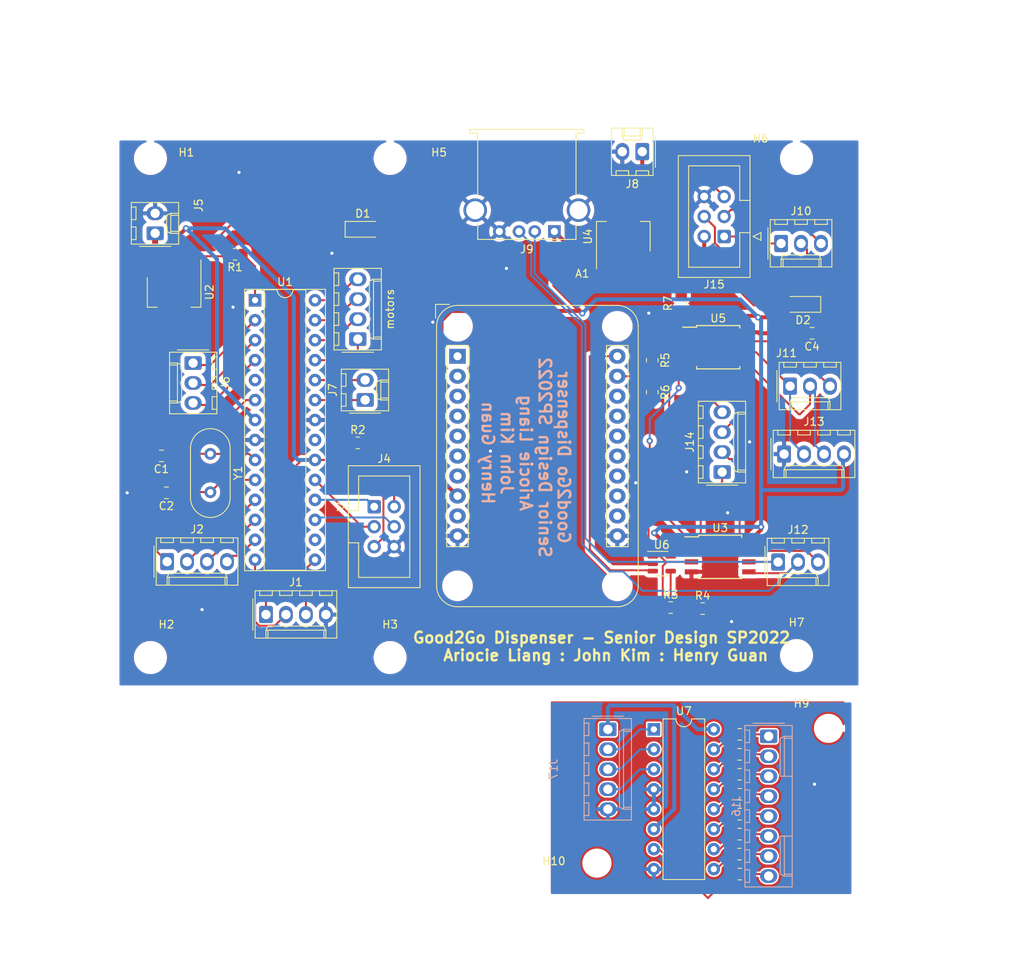
<source format=kicad_pcb>
(kicad_pcb (version 20211014) (generator pcbnew)
  (layers (0 "F.Cu" signal) (31 "B.Cu" signal) (34 "B.Paste" user) (35 "F.Paste" user) (36 "B.SilkS" user "B.Silkscreen") (37 "F.SilkS" user "F.Silkscreen") (38 "B.Mask" user) (39 "F.Mask" user) (44 "Edge.Cuts" user))
  (net 0 "")
  (net 1 "+5V")
  (net 2 "Net-(D1-Pad2)")
  (net 3 "/MISO")
  (net 4 "/SCK")
  (net 5 "/MOSI")
  (net 6 "/RST")
  (net 7 "GND")
  (net 8 "Net-(J5-Pad1)")
  (net 9 "Net-(R1-Pad1)")
  (net 10 "/Dispenser1")
  (net 11 "/Dispenser2")
  (net 12 "/DispenserIR")
  (net 13 "/Collector Motor")
  (net 14 "/card in")
  (net 16 "/cam out")
  (net 18 "/S0")
  (net 19 "/S1")
  (net 20 "/B0")
  (net 21 "/B1")
  (net 23 "/S2")
  (net 24 "/SK")
  (net 25 "/DT")
  (net 41 "Net-(A1-Pad19)")
  (net 42 "Net-(A1-Pad20)")
  (net 43 "Net-(D2-Pad2)")
  (net 44 "/SCK1")
  (net 45 "Net-(J8-Pad1)")
  (net 46 "/CTX0")
  (net 47 "/CRX0")
  (net 48 "/MISO2")
  (net 49 "/MOSI2")
  (net 50 "/SCK2")
  (net 51 "Net-(J16-Pad1)")
  (net 52 "Net-(J16-Pad2)")
  (net 53 "Net-(J16-Pad3)")
  (net 54 "Net-(J16-Pad4)")
  (net 55 "Net-(J16-Pad5)")
  (net 56 "Net-(J16-Pad6)")
  (net 57 "Net-(J16-Pad7)")
  (net 58 "Net-(J16-Pad8)")
  (net 59 "/CRX1")
  (net 60 "Net-(R3-Pad2)")
  (net 61 "/CTX1")
  (net 62 "Net-(C1-Pad1)")
  (net 63 "Net-(C2-Pad1)")
  (net 64 "Net-(J17-Pad2)")
  (net 65 "Net-(J17-Pad3)")
  (net 66 "Net-(J17-Pad4)")
  (net 67 "Net-(R8-Pad1)")
  (net 68 "Net-(R9-Pad1)")
  (net 69 "Net-(R10-Pad1)")
  (net 70 "Net-(R11-Pad1)")
  (net 71 "Net-(R12-Pad1)")
  (net 72 "Net-(R13-Pad1)")
  (net 73 "Net-(R14-Pad1)")
  (net 74 "Net-(R15-Pad1)")
  (net 75 "/card in1")
  (net 76 "/card out1")
  (net 77 "/cam in1")
  (net 78 "/cam out1")
  (footprint "Resistor_SMD:R_0805_2012Metric_Pad1.20x1.40mm_HandSolder" (layer "F.Cu") (at 177.054 129.413)
    (fp_text reference "R11")
    (fp_text value "R")
  )
  (footprint "Connector_Molex:Molex_KK-254_AE-6410-03A_1x03_P2.54mm_Vertical" (layer "F.Cu") (at 181.930511 99.871489)
    (fp_text reference "J12")
    (fp_text value "Conn_01x03")
  )
  (footprint "Resistor_SMD:R_0805_2012Metric_Pad1.20x1.40mm_HandSolder" (layer "F.Cu") (at 172.339 105.791)
    (fp_text reference "R4")
    (fp_text value "26.7k")
  )
  (footprint "Crystal:Crystal_HC49-U_Vertical" (layer "F.Cu") (at 109.728 86.106 -90)
    (fp_text reference "Y1")
    (fp_text value "Resonator")
  )
  (footprint "Resistor_SMD:R_0805_2012Metric_Pad1.20x1.40mm_HandSolder" (layer "F.Cu") (at 177.022 137.033)
    (fp_text reference "R14")
    (fp_text value "R")
  )
  (footprint "MountingHole:MountingHole_3.2mm_M3" (layer "F.Cu") (at 102.108 112.014)
    (fp_text reference "H2")
    (fp_text value "MountingHole")
  )
  (footprint "Resistor_SMD:R_0805_2012Metric_Pad1.20x1.40mm_HandSolder" (layer "F.Cu") (at 112.867511 60.706 180)
    (fp_text reference "R1")
    (fp_text value "10k")
  )
  (footprint "MountingHole:MountingHole_3.2mm_M3" (layer "F.Cu") (at 188.341 121.031)
    (fp_text reference "H9")
    (fp_text value "MountingHole")
  )
  (footprint "Module:Adafruit_HUZZAH_ESP8266_breakout_WithMountingHoles" (layer "F.Cu") (at 141.163511 73.684489)
    (fp_text reference "A1")
    (fp_text value "Adafruit_HUZZAH_ESP8266_breakout")
  )
  (footprint "Package_DIP:DIP-28_W7.62mm_Socket" (layer "F.Cu") (at 115.417511 66.558)
    (fp_text reference "U1")
    (fp_text value "ATmega328-P")
  )
  (footprint "Connector_Molex:Molex_KK-254_AE-6410-02A_1x02_P2.54mm_Vertical" (layer "F.Cu") (at 164.658511 47.649489 180)
    (fp_text reference "J8")
    (fp_text value "Vin")
  )
  (footprint "Connector_Molex:Molex_KK-254_AE-6410-04A_1x04_P2.54mm_Vertical" (layer "F.Cu") (at 104.231511 99.822)
    (fp_text reference "J2")
    (fp_text value "card/cam")
  )
  (footprint "Connector_IDC:IDC-Header_2x03_P2.54mm_Vertical" (layer "F.Cu") (at 175.072511 58.444489 180)
    (fp_text reference "J15")
    (fp_text value "AVR-ISP-6")
  )
  (footprint "MountingHole:MountingHole_3.2mm_M3" (layer "F.Cu") (at 158.893 138.176)
    (fp_text reference "H10")
    (fp_text value "MountingHole")
  )
  (footprint "Package_SO:SOIC-8W_5.3x5.3mm_P1.27mm" (layer "F.Cu") (at 174.310511 72.536489)
    (fp_text reference "U5")
    (fp_text value "ATtiny85-20S")
  )
  (footprint "Connector_Molex:Molex_KK-254_AE-6410-04A_1x04_P2.54mm_Vertical" (layer "F.Cu") (at 128.488511 71.501 90)
    (fp_text reference "J3" hide)
    (fp_text value "motors")
  )
  (footprint "Diode_SMD:D_SOD-123" (layer "F.Cu") (at 185.105511 67.080489 180)
    (fp_text reference "D2")
    (fp_text value "MBR0520")
  )
  (footprint "MountingHole:MountingHole_3.2mm_M3" (layer "F.Cu") (at 102.108 48.514)
    (fp_text reference "H1")
    (fp_text value "MountingHole")
  )
  (footprint "MountingHole:MountingHole_3.2mm_M3" (layer "F.Cu") (at 132.588 48.514)
    (fp_text reference "H5")
    (fp_text value "MountingHole")
  )
  (footprint "Capacitor_SMD:C_0805_2012Metric_Pad1.18x1.45mm_HandSolder" (layer "F.Cu") (at 186.248511 70.763489 180)
    (fp_text reference "C4")
    (fp_text value "1uf")
  )
  (footprint "Capacitor_SMD:C_0805_2012Metric_Pad1.18x1.45mm_HandSolder" (layer "F.Cu") (at 104.14 91.059 180)
    (fp_text reference "C2")
    (fp_text value "C")
  )
  (footprint "Resistor_SMD:R_0805_2012Metric_Pad1.20x1.40mm_HandSolder" (layer "F.Cu") (at 177.038 134.493)
    (fp_text reference "R13")
    (fp_text value "R")
  )
  (footprint "MountingHole:MountingHole_3.2mm_M3" (layer "F.Cu") (at 132.588 112.014)
    (fp_text reference "H3")
    (fp_text value "MountingHole")
  )
  (footprint "Resistor_SMD:R_0805_2012Metric_Pad1.20x1.40mm_HandSolder" (layer "F.Cu") (at 165.928511 78.256489 -90)
    (fp_text reference "R6")
    (fp_text value "3.3k")
  )
  (footprint "Connector_USB:USB_A_Stewart_SS-52100-001_Horizontal" (layer "F.Cu") (at 153.482511 57.809489 180)
    (fp_text reference "J9")
    (fp_text value "USB_A")
  )
  (footprint "Package_TO_SOT_SMD:SOT-223" (layer "F.Cu") (at 105.120511 65.532 -90)
    (fp_text reference "U2")
    (fp_text value "LM1117-5.0")
  )
  (footprint "Resistor_SMD:R_0805_2012Metric_Pad1.20x1.40mm_HandSolder" (layer "F.Cu") (at 177.054 121.793)
    (fp_text reference "R8")
    (fp_text value "R")
  )
  (footprint "Connector_Molex:Molex_KK-254_AE-6410-04A_1x04_P2.54mm_Vertical" (layer "F.Cu") (at 182.692511 86.130489)
    (fp_text reference "J13")
    (fp_text value "Conn_01x04")
  )
  (footprint "Connector_Molex:Molex_KK-254_AE-6410-04A_1x04_P2.54mm_Vertical" (layer "F.Cu") (at 116.804511 106.553)
    (fp_text reference "J1")
    (fp_text value "Load Cell")
  )
  (footprint "Connector_IDC:IDC-Header_2x03_P2.54mm_Vertical" (layer "F.Cu") (at 130.5655 92.832)
    (fp_text reference "J4")
    (fp_text value "AVR-ISP-6")
  )
  (footprint "MountingHole:MountingHole_3.2mm_M3" (layer "F.Cu") (at 184.277 111.76)
    (fp_text reference "H7")
    (fp_text value "MountingHole")
  )
  (footprint "Connector_Molex:Molex_KK-254_AE-6410-03A_1x03_P2.54mm_Vertical" (layer "F.Cu") (at 182.311511 59.333489)
    (fp_text reference "J10")
    (fp_text value "Conn_01x03")
  )
  (footprint "Package_DIP:DIP-16_W7.62mm" (layer "F.Cu") (at 166.132 121.158)
    (fp_text reference "U7")
    (fp_text value "74HCT137")
  )
  (footprint "Resistor_SMD:R_0805_2012Metric_Pad1.20x1.40mm_HandSolder" (layer "F.Cu") (at 177.054 139.573)
    (fp_text reference "R15")
    (fp_text value "R")
  )
  (footprint "Resistor_SMD:R_0805_2012Metric_Pad1.20x1.40mm_HandSolder" (layer "F.Cu") (at 177.038 131.953)
    (fp_text reference "R12")
    (fp_text value "R")
  )
  (footprint "Capacitor_SMD:C_0805_2012Metric_Pad1.18x1.45mm_HandSolder" (layer "F.Cu") (at 169.611511 66.953489 90)
    (fp_text reference "R7")
    (fp_text value "10k")
  )
  (footprint "Resistor_SMD:R_0805_2012Metric_Pad1.20x1.40mm_HandSolder" (layer "F.Cu") (at 177.038 126.873)
    (fp_text reference "R10")
    (fp_text value "R")
  )
  (footprint "Package_SO:SOIC-8W_5.3x5.3mm_P1.27mm" (layer "F.Cu") (at 174.564511 99.211489)
    (fp_text reference "U3")
    (fp_text value "ATtiny85-20S")
  )
  (footprint "Diode_SMD:D_SOD-123" (layer "F.Cu") (at 129.123511 57.531)
    (fp_text reference "D1")
    (fp_text value "MBR0520")
  )
  (footprint "Resistor_SMD:R_0805_2012Metric_Pad1.20x1.40mm_HandSolder" (layer "F.Cu") (at 168.275 105.664)
    (fp_text reference "R3")
    (fp_text value "13.7k")
  )
  (footprint "Package_TO_SOT_SMD:SOT-223" (layer "F.Cu") (at 162.245511 58.444489 90)
    (fp_text reference "U4")
    (fp_text value "LM1117-5.0")
  )
  (footprint "Connector_Molex:Molex_KK-254_AE-6410-04A_1x04_P2.54mm_Vertical" (layer "F.Cu") (at 174.818511 88.416489 90)
    (fp_text reference "J14")
    (fp_text value "Conn_01x04")
  )
  (footprint "Package_TO_SOT_SMD:TSOT-23-5" (layer "F.Cu") (at 167.132 100.076)
    (fp_text reference "U6")
    (fp_text value "AD8603")
  )
  (footprint "Resistor_SMD:R_0805_2012Metric_Pad1.20x1.40mm_HandSolder" (layer "F.Cu") (at 177.038 124.333)
    (fp_text reference "R9")
    (fp_text value "R")
  )
  (footprint "Connector_Molex:Molex_KK-254_AE-6410-03A_1x03_P2.54mm_Vertical" (layer "F.Cu") (at 183.454511 77.494489)
    (fp_text reference "J11")
    (fp_text value "Conn_01x03")
  )
  (footprint "Connector_Molex:Molex_KK-254_AE-6410-02A_1x02_P2.54mm_Vertical" (layer "F.Cu") (at 129.413 79.248 90)
    (fp_text reference "J7")
    (fp_text value "buttons")
  )
  (footprint "Connector_Molex:Molex_KK-254_AE-6410-03A_1x03_P2.54mm_Vertical" (layer "F.Cu") (at 107.533511 74.549 -90)
    (fp_text reference "J6")
    (fp_text value "panels")
  )
  (footprint "Capacitor_SMD:C_0805_2012Metric_Pad1.18x1.45mm_HandSolder" (layer "F.Cu") (at 103.505 86.36 180)
    (fp_text reference "C1")
    (fp_text value "C")
  )
  (footprint "Resistor_SMD:R_0805_2012Metric_Pad1.20x1.40mm_HandSolder" (layer "F.Cu") (at 128.488511 84.709)
    (fp_text reference "R2")
    (fp_text value "10k")
  )
  (footprint "Resistor_SMD:R_0805_2012Metric_Pad1.20x1.40mm_HandSolder" (layer "F.Cu") (at 165.928511 74.192489 -90)
    (fp_text reference "R5")
    (fp_text value "5k")
  )
  (footprint "Connector_Molex:Molex_KK-254_AE-6410-02A_1x02_P2.54mm_Vertical" (layer "F.Cu") (at 102.707511 58.039 90)
    (fp_text reference "J5")
    (fp_text value "Vin")
  )
  (footprint "MountingHole:MountingHole_3.2mm_M3" (layer "F.Cu") (at 184.277 48.514)
    (fp_text reference "H6")
    (fp_text value "MountingHole")
  )
  (footprint "Connector_Molex:Molex_KK-254_AE-6410-08A_1x08_P2.54mm_Vertical" (layer "B.Cu") (at 180.737 122.047 -90)
    (fp_text reference "J16")
    (fp_text value "Conn_01x08")
  )
  (footprint "Connector_Molex:Molex_KK-254_AE-6410-05A_1x05_P2.54mm_Vertical" (layer "B.Cu") (at 160.29 121.158 -90)
    (fp_text reference "J17")
    (fp_text value "panels")
  )
  (gr_text "Good2Go Dispenser \nSenior Design SP2022 \nAriocie Liang\nJohn Kim\nHenry Guan" (at 149.86 85.979 -90) (layer "B.SilkS") (effects (font (size 1.5 1.5) (thickness 0.3)) (justify mirror)))
  (gr_text "Good2Go Dispenser - Senior Design SP2022 \nAriocie Liang : John Kim : Henry Guan" (at 160.02 110.617) (layer "F.SilkS") (effects (font (size 1.397 1.397) (thickness 0.3))))
  (segment (start 179.771511 95.401489) (end 179.771511 95.749489) (width 0.508) (layer "F.Cu") (net 1))
  (segment (start 126.965511 57.023) (end 112.268 57.023) (width 0.254) (layer "F.Cu") (net 1))
  (segment (start 125.319511 86.878) (end 123.037511 86.878) (width 0.25) (layer "F.Cu") (net 1))
  (segment (start 127.473511 57.531) (end 126.965511 57.023) (width 0.254) (layer "F.Cu") (net 1))
  (segment (start 105.120511 58.928) (end 106.644511 57.404) (width 0.508) (layer "F.Cu") (net 1))
  (segment (start 139.131511 69.143792) (end 139.131511 89.432489) (width 0.508) (layer "F.Cu") (net 1))
  (segment (start 179.200011 68.540989) (end 177.422011 68.540989) (width 0.508) (layer "F.Cu") (net 1))
  (segment (start 106.542511 60.96) (end 111.613511 60.96) (width 0.254) (layer "F.Cu") (net 1))
  (segment (start 105.120511 62.382) (end 105.120511 58.928) (width 0.508) (layer "F.Cu") (net 1))
  (segment (start 116.804511 104.394) (end 120.233511 100.965) (width 0.254) (layer "F.Cu") (net 1))
  (segment (start 176.850511 69.112489) (end 170.733011 69.112489) (width 0.508) (layer "F.Cu") (net 1))
  (segment (start 121.366511 86.878) (end 123.037511 86.878) (width 0.254) (layer "F.Cu") (net 1))
  (segment (start 105.120511 62.382) (end 106.542511 60.96) (width 0.254) (layer "F.Cu") (net 1))
  (segment (start 116.804511 106.553) (end 116.804511 104.394) (width 0.254) (layer "F.Cu") (net 1))
  (segment (start 139.131511 89.432489) (end 141.163511 91.464489) (width 0.508) (layer "F.Cu") (net 1))
  (segment (start 179.771511 95.749489) (end 178.214511 97.306489) (width 0.508) (layer "F.Cu") (net 1))
  (segment (start 176.850511 69.112489) (end 177.422011 68.540989) (width 0.508) (layer "F.Cu") (net 1))
  (segment (start 185.104511 68.731489) (end 186.755511 67.080489) (width 0.508) (layer "F.Cu") (net 1))
  (segment (start 177.168011 68.794989) (end 177.168011 69.838989) (width 0.508) (layer "F.Cu") (net 1))
  (segment (start 120.233511 88.011) (end 121.366511 86.878) (width 0.254) (layer "F.Cu") (net 1))
  (segment (start 153.482511 57.809489) (end 153.482511 64.667489) (width 0.508) (layer "F.Cu") (net 1))
  (segment (start 156.73599 67.920968) (end 140.354335 67.920968) (width 0.508) (layer "F.Cu") (net 1))
  (segment (start 177.168011 69.838989) (end 177.960511 70.631489) (width 0.508) (layer "F.Cu") (net 1))
  (segment (start 179.374011 70.631489) (end 179.506011 70.763489) (width 0.508) (layer "F.Cu") (net 1))
  (segment (start 110.581511 58.709489) (end 110.581511 59.42) (width 0.254) (layer "F.Cu") (net 1))
  (segment (start 179.506011 70.763489) (end 185.211011 70.763489) (width 0.508) (layer "F.Cu") (net 1))
  (segment (start 140.354335 67.920968) (end 139.131511 69.143792) (width 0.508) (layer "F.Cu") (net 1))
  (segment (start 161.042 63.048) (end 158.721022 63.048) (width 0.508) (layer "F.Cu") (net 1))
  (segment (start 153.482511 64.667489) (end 157.038511 68.223489) (width 0.508) (layer "F.Cu") (net 1))
  (segment (start 162.245511 61.844489) (end 161.042 63.048) (width 0.508) (layer "F.Cu") (net 1))
  (segment (start 127.488511 84.709) (end 125.319511 86.878) (width 0.25) (layer "F.Cu") (net 1))
  (segment (start 177.960511 70.631489) (end 179.374011 70.631489) (width 0.508) (layer "F.Cu") (net 1))
  (segment (start 158.721022 63.048) (end 153.482511 57.809489) (width 0.508) (layer "F.Cu") (net 1))
  (segment (start 120.233511 100.965) (end 120.233511 88.011) (width 0.254) (layer "F.Cu") (net 1))
  (segment (start 112.268 57.023) (end 110.581511 58.709489) (width 0.254) (layer "F.Cu") (net 1))
  (segment (start 170.733011 69.112489) (end 169.611511 67.990989) (width 0.508) (layer "F.Cu") (net 1))
  (segment (start 110.581511 59.42) (end 111.867511 60.706) (width 0.254) (layer "F.Cu") (net 1))
  (segment (start 168.2695 99.126) (end 168.2695 98.250478) (width 0.508) (layer "F.Cu") (net 1))
  (segment (start 179.390511 68.731489) (end 179.200011 68.540989) (width 0.508) (layer "F.Cu") (net 1))
  (segment (start 168.2695 98.250478) (end 166.182511 96.163489) (width 0.508) (layer "F.Cu") (net 1))
  (segment (start 179.390511 68.731489) (end 185.104511 68.731489) (width 0.508) (layer "F.Cu") (net 1))
  (via (at 166.182511 96.163489) (size 0.8) (drill 0.4) (layers "F.Cu" "B.Cu") (net 1))
  (via (at 106.644511 57.404) (size 0.8) (drill 0.4) (layers "F.Cu" "B.Cu") (net 1))
  (via (at 179.390511 68.731489) (size 0.8) (drill 0.4) (layers "F.Cu" "B.Cu") (net 1))
  (via (at 157.038511 68.223489) (size 0.8) (drill 0.4) (layers "F.Cu" "B.Cu") (net 1))
  (via (at 179.771511 95.401489) (size 0.8) (drill 0.4) (layers "F.Cu" "B.Cu") (net 1))
  (segment (start 110.581511 76.962) (end 115.417511 81.798) (width 0.508) (layer "B.Cu") (net 1))
  (segment (start 106.644511 57.404) (end 110.581511 61.341) (width 0.508) (layer "B.Cu") (net 1))
  (segment (start 179.771511 90.702489) (end 179.771511 95.401489) (width 0.508) (layer "B.Cu") (net 1))
  (segment (start 168.717 118.176) (end 171.699 121.158) (width 0.508) (layer "B.Cu") (net 1))
  (segment (start 179.390511 68.731489) (end 177.104511 66.445489) (width 0.508) (layer "B.Cu") (net 1))
  (segment (start 179.390511 68.731489) (end 179.771511 69.112489) (width 0.508) (layer "B.Cu") (net 1))
  (segment (start 111.597511 57.404) (end 120.360511 66.167) (width 0.508) (layer "B.Cu") (net 1))
  (segment (start 168.717 118.176) (end 168.717 131.273) (width 0.508) (layer "B.Cu") (net 1))
  (segment (start 171.699 121.158) (end 173.752 121.158) (width 0.508) (layer "B.Cu") (net 1))
  (segment (start 160.29 118.358) (end 160.538 118.11) (width 0.508) (layer "B.Cu") (net 1))
  (segment (start 168.717 131.273) (end 166.132 133.858) (width 0.508) (layer "B.Cu") (net 1))
  (segment (start 160.29 121.158) (end 160.29 118.358) (width 0.508) (layer "B.Cu") (net 1))
  (segment (start 158.816511 66.445489) (end 157.038511 68.223489) (width 0.508) (layer "B.Cu") (net 1))
  (segment (start 110.581511 61.341) (end 110.581511 76.962) (width 0.508) (layer "B.Cu") (net 1))
  (segment (start 190.185511 90.448489) (end 189.931511 90.702489) (width 0.508) (layer "B.Cu") (net 1))
  (segment (start 166.944511 95.401489) (end 179.771511 95.401489) (width 0.508) (layer "B.Cu") (net 1))
  (segment (start 120.878511 86.878) (end 123.037511 86.878) (width 0.508) (layer "B.Cu") (net 1))
  (segment (start 190.185511 86.257489) (end 190.185511 90.448489) (width 0.508) (layer "B.Cu") (net 1))
  (segment (start 120.360511 66.167) (end 120.360511 86.36) (width 0.508) (layer "B.Cu") (net 1))
  (segment (start 168.651 118.11) (end 168.717 118.176) (width 0.508) (layer "B.Cu") (net 1))
  (segment (start 120.360511 86.36) (end 120.878511 86.878) (width 0.508) (layer "B.Cu") (net 1))
  (segment (start 189.931511 90.702489) (end 179.771511 90.702489) (width 0.508) (layer "B.Cu") (net 1))
  (segment (start 106.644511 57.404) (end 111.597511 57.404) (width 0.508) (layer "B.Cu") (net 1))
  (segment (start 179.771511 69.112489) (end 179.771511 90.702489) (width 0.508) (layer "B.Cu") (net 1))
  (segment (start 166.182511 96.163489) (end 166.944511 95.401489) (width 0.508) (layer "B.Cu") (net 1))
  (segment (start 177.104511 66.445489) (end 158.816511 66.445489) (width 0.508) (layer "B.Cu") (net 1))
  (segment (start 160.538 118.11) (end 168.661 118.11) (width 0.508) (layer "B.Cu") (net 1))
  (segment (start 132.207 61.087) (end 132.207 73.387) (width 0.25) (layer "F.Cu") (net 2))
  (segment (start 132.207 61.087) (end 132.207 58.964489) (width 0.254) (layer "F.Cu") (net 2))
  (segment (start 133.1055 74.2855) (end 133.1055 92.832) (width 0.25) (layer "F.Cu") (net 2))
  (segment (start 132.207 73.387) (end 133.1055 74.2855) (width 0.25) (layer "F.Cu") (net 2))
  (segment (start 132.207 58.964489) (end 130.773511 57.531) (width 0.254) (layer "F.Cu") (net 2))
  (segment (start 178.882511 59.333489) (end 177.993511 58.444489) (width 0.254) (layer "F.Cu") (net 3))
  (segment (start 182.311511 59.333489) (end 178.882511 59.333489) (width 0.254) (layer "F.Cu") (net 3))
  (segment (start 177.993511 58.444489) (end 175.072511 58.444489) (width 0.254) (layer "F.Cu") (net 3))
  (segment (start 129.6915 91.958) (end 130.5655 92.832) (width 0.25) (layer "B.Cu") (net 3))
  (segment (start 123.037511 91.958) (end 129.6915 91.958) (width 0.25) (layer "B.Cu") (net 3))
  (segment (start 175.072511 55.904489) (end 175.922511 55.054489) (width 0.254) (layer "F.Cu") (net 4))
  (segment (start 183.112511 55.054489) (end 187.391511 59.333489) (width 0.254) (layer "F.Cu") (net 4))
  (segment (start 130.5655 95.372) (end 128.991511 95.372) (width 0.25) (layer "F.Cu") (net 4))
  (segment (start 175.922511 55.054489) (end 183.112511 55.054489) (width 0.254) (layer "F.Cu") (net 4))
  (segment (start 128.991511 95.372) (end 123.037511 89.418) (width 0.25) (layer "F.Cu") (net 4))
  (segment (start 173.895991 57.267969) (end 173.895991 59.283291) (width 0.254) (layer "F.Cu") (net 5))
  (segment (start 172.532511 55.904489) (end 173.895991 57.267969) (width 0.254) (layer "F.Cu") (net 5))
  (segment (start 173.895991 59.283291) (end 179.661189 65.048489) (width 0.254) (layer "F.Cu") (net 5))
  (segment (start 185.613511 64.794489) (end 185.613511 60.095489) (width 0.254) (layer "F.Cu") (net 5))
  (segment (start 185.613511 60.095489) (end 184.851511 59.333489) (width 0.254) (layer "F.Cu") (net 5))
  (segment (start 185.359511 65.048489) (end 185.613511 64.794489) (width 0.254) (layer "F.Cu") (net 5))
  (segment (start 179.661189 65.048489) (end 185.359511 65.048489) (width 0.254) (layer "F.Cu") (net 5))
  (segment (start 131.930989 94.197489) (end 133.1055 95.372) (width 0.25) (layer "B.Cu") (net 5))
  (segment (start 123.338022 94.197489) (end 131.930989 94.197489) (width 0.25) (layer "B.Cu") (net 5))
  (segment (start 172.532511 50.824489) (end 175.072511 53.364489) (width 0.254) (layer "F.Cu") (net 6))
  (segment (start 131.740011 86.9605) (end 129.488511 84.709) (width 0.25) (layer "F.Cu") (net 6))
  (segment (start 131.740011 96.737489) (end 131.740011 86.9605) (width 0.25) (layer "F.Cu") (net 6))
  (segment (start 171.770511 50.824489) (end 172.532511 50.824489) (width 0.254) (layer "F.Cu") (net 6))
  (segment (start 130.5655 97.912) (end 131.740011 96.737489) (width 0.25) (layer "F.Cu") (net 6))
  (segment (start 169.611511 65.915989) (end 169.611511 52.983489) (width 0.254) (layer "F.Cu") (net 6))
  (segment (start 169.611511 52.983489) (end 171.770511 50.824489) (width 0.254) (layer "F.Cu") (net 6))
  (via (at 176.022 107.442) (size 0.8) (drill 0.4) (layers "F.Cu" "B.Cu") (net 7))
  (via (at 113.375511 50.292) (size 0.8) (drill 0.4) (layers "F.Cu" "B.Cu") (net 7))
  (via (at 138.013511 69.342) (size 0.8) (drill 0.4) (layers "F.Cu" "B.Cu") (net 7))
  (via (at 175.514 93.599) (size 0.8) (drill 0.4) (layers "F.Cu" "B.Cu") (net 7))
  (via (at 170.307 88.392) (size 0.8) (drill 0.4) (layers "F.Cu" "B.Cu") (net 7))
  (via (at 125.186511 60.579) (size 0.8) (drill 0.4) (layers "F.Cu" "B.Cu") (net 7))
  (via (at 163.83 89.789) (size 0.8) (drill 0.4) (layers "F.Cu" "B.Cu") (net 7))
  (via (at 165.481 68.199) (size 0.8) (drill 0.4) (layers "F.Cu" "B.Cu") (net 7))
  (via (at 147.386511 62.508489) (size 0.8) (drill 0.4) (layers "F.Cu" "B.Cu") (net 7))
  (via (at 145.354511 85.749489) (size 0.8) (drill 0.4) (layers "F.Cu" "B.Cu") (net 7))
  (via (at 112.613511 67.437) (size 0.8) (drill 0.4) (layers "F.Cu" "B.Cu") (net 7))
  (via (at 108.676511 105.918) (size 0.8) (drill 0.4) (layers "F.Cu" "B.Cu") (net 7))
  (via (at 99.151511 91.059) (size 0.8) (drill 0.4) (layers "F.Cu" "B.Cu") (net 7))
  (via (at 178.308 84.582) (size 0.8) (drill 0.4) (layers "F.Cu" "B.Cu") (net 7))
  (via (at 186.563 128.143) (size 0.8) (drill 0.4) (layers "F.Cu" "B.Cu") (net 7))
  (segment (start 166.132 128.778) (end 164.373 128.778) (width 0.254) (layer "B.Cu") (net 7))
  (segment (start 164.373 128.778) (end 161.833 131.318) (width 0.254) (layer "B.Cu") (net 7))
  (segment (start 161.833 131.318) (end 160.29 131.318) (width 0.254) (layer "B.Cu") (net 7))
  (segment (start 102.707511 58.039) (end 102.707511 62.269) (width 0.762) (layer "F.Cu") (net 8))
  (segment (start 113.867511 60.706) (end 115.417511 62.256) (width 0.254) (layer "F.Cu") (net 9))
  (segment (start 115.417511 62.256) (end 115.417511 66.558) (width 0.254) (layer "F.Cu") (net 9))
  (segment (start 123.037511 74.178) (end 127.335511 74.178) (width 0.254) (layer "F.Cu") (net 10))
  (segment (start 128.488511 73.025) (end 128.488511 71.501) (width 0.254) (layer "F.Cu") (net 10))
  (segment (start 127.335511 74.178) (end 128.488511 73.025) (width 0.254) (layer "F.Cu") (net 10))
  (segment (start 123.037511 71.638) (end 125.450511 71.638) (width 0.254) (layer "F.Cu") (net 11))
  (segment (start 125.450511 71.638) (end 128.127511 68.961) (width 0.254) (layer "F.Cu") (net 11))
  (segment (start 123.037511 69.098) (end 125.450511 69.098) (width 0.254) (layer "F.Cu") (net 12))
  (segment (start 125.450511 69.098) (end 128.127511 66.421) (width 0.254) (layer "F.Cu") (net 12))
  (segment (start 123.037511 66.558) (end 125.450511 66.558) (width 0.254) (layer "F.Cu") (net 13))
  (segment (start 125.450511 66.558) (end 128.127511 63.881) (width 0.254) (layer "F.Cu") (net 13))
  (segment (start 171.897511 98.576489) (end 172.091022 98.382978) (width 0.254) (layer "F.Cu") (net 14))
  (segment (start 174.818511 89.686489) (end 172.091022 92.413978) (width 0.254) (layer "F.Cu") (net 14))
  (segment (start 174.818511 88.416489) (end 174.818511 89.686489) (width 0.254) (layer "F.Cu") (net 14))
  (segment (start 170.914511 98.576489) (end 171.897511 98.576489) (width 0.254) (layer "F.Cu") (net 14))
  (segment (start 172.091022 92.413978) (end 172.091022 98.382978) (width 0.254) (layer "F.Cu") (net 14))
  (segment (start 172.091022 98.382978) (end 172.091022 98.509978) (width 0.254) (layer "F.Cu") (net 14))
  (segment (start 171.837022 77.561) (end 174.818511 80.542489) (width 0.254) (layer "F.Cu") (net 16))
  (segment (start 171.837022 72.519978) (end 171.837022 77.561) (width 0.254) (layer "F.Cu") (net 16))
  (segment (start 171.218533 71.901489) (end 171.837022 72.519978) (width 0.254) (layer "F.Cu") (net 16))
  (segment (start 107.787511 74.803) (end 109.712511 74.803) (width 0.254) (layer "F.Cu") (net 18))
  (segment (start 109.712511 74.803) (end 115.417511 69.098) (width 0.254) (layer "F.Cu") (net 18))
  (segment (start 109.712511 77.343) (end 115.417511 71.638) (width 0.254) (layer "F.Cu") (net 19))
  (segment (start 107.787511 77.343) (end 109.712511 77.343) (width 0.254) (layer "F.Cu") (net 19))
  (segment (start 123.037511 79.258) (end 129.403 79.258) (width 0.254) (layer "F.Cu") (net 20))
  (segment (start 129.403 76.718) (end 123.037511 76.718) (width 0.254) (layer "F.Cu") (net 21))
  (segment (start 109.712511 79.883) (end 115.417511 74.178) (width 0.254) (layer "F.Cu") (net 23))
  (segment (start 107.787511 79.883) (end 109.712511 79.883) (width 0.254) (layer "F.Cu") (net 23))
  (segment (start 117.922991 107.97452) (end 115.945709 107.97452) (width 0.254) (layer "F.Cu") (net 24))
  (segment (start 115.945709 107.97452) (end 115.417511 107.446322) (width 0.254) (layer "F.Cu") (net 24))
  (segment (start 119.344511 106.553) (end 117.922991 107.97452) (width 0.254) (layer "F.Cu") (net 24))
  (segment (start 115.417511 107.446322) (end 115.417511 99.578) (width 0.254) (layer "F.Cu") (net 24))
  (segment (start 121.884511 106.553) (end 121.884511 100.731) (width 0.254) (layer "F.Cu") (net 25))
  (segment (start 121.884511 100.731) (end 123.037511 99.578) (width 0.254) (layer "F.Cu") (net 25))
  (segment (start 165.928511 77.256489) (end 164.896511 76.224489) (width 0.254) (layer "F.Cu") (net 41))
  (segment (start 164.896511 76.224489) (end 161.483511 76.224489) (width 0.25) (layer "F.Cu") (net 41))
  (segment (start 165.928511 75.192489) (end 164.896511 76.224489) (width 0.25) (layer "F.Cu") (net 41))
  (segment (start 157.988 98.298) (end 160.613489 100.923489) (width 0.25) (layer "F.Cu") (net 42))
  (segment (start 160.613489 100.923489) (end 165.891989 100.923489) (width 0.25) (layer "F.Cu") (net 42))
  (segment (start 161.483511 73.684489) (end 157.988 73.684489) (width 0.25) (layer "F.Cu") (net 42))
  (segment (start 157.988 73.684489) (end 157.988 98.298) (width 0.25) (layer "F.Cu") (net 42))
  (segment (start 172.532511 58.444489) (end 172.532511 60.730489) (width 0.508) (layer "F.Cu") (net 43))
  (segment (start 178.882511 67.080489) (end 183.455511 67.080489) (width 0.508) (layer "F.Cu") (net 43))
  (segment (start 172.532511 60.730489) (end 178.882511 67.080489) (width 0.508) (layer "F.Cu") (net 43))
  (segment (start 182.814991 71.774969) (end 178.087031 71.774969) (width 0.254) (layer "F.Cu") (net 44))
  (segment (start 176.784 72.553) (end 177.435511 71.901489) (width 0.254) (layer "F.Cu") (net 44))
  (segment (start 176.784 81.371) (end 176.784 72.553) (width 0.254) (layer "F.Cu") (net 44))
  (segment (start 174.818511 83.336489) (end 176.784 81.371) (width 0.254) (layer "F.Cu") (net 44))
  (segment (start 188.534511 77.494489) (end 182.814991 71.774969) (width 0.254) (layer "F.Cu") (net 44))
  (segment (start 164.658511 47.649489) (end 164.658511 61.481489) (width 0.508) (layer "F.Cu") (net 45))
  (segment (start 179.131511 73.171489) (end 177.960511 73.171489) (width 0.254) (layer "F.Cu") (net 46))
  (segment (start 183.454511 77.494489) (end 179.131511 73.171489) (width 0.254) (layer "F.Cu") (net 46))
  (segment (start 183.454511 84.352489) (end 183.454511 77.494489) (width 0.254) (layer "B.Cu") (net 46))
  (segment (start 185.232511 86.130489) (end 183.454511 84.352489) (width 0.254) (layer "B.Cu") (net 46))
  (segment (start 185.994511 79.780489) (end 184.724511 81.050489) (width 0.254) (layer "F.Cu") (net 47))
  (segment (start 184.569511 81.050489) (end 177.960511 74.441489) (width 0.254) (layer "F.Cu") (net 47))
  (segment (start 184.724511 81.050489) (end 184.569511 81.050489) (width 0.254) (layer "F.Cu") (net 47))
  (segment (start 185.994511 77.494489) (end 185.994511 79.780489) (width 0.254) (layer "F.Cu") (net 47))
  (segment (start 186.629511 84.987489) (end 187.772511 86.130489) (width 0.254) (layer "B.Cu") (net 47))
  (segment (start 186.629511 78.129489) (end 186.629511 84.987489) (width 0.254) (layer "B.Cu") (net 47))
  (segment (start 185.994511 77.494489) (end 186.629511 78.129489) (width 0.254) (layer "B.Cu") (net 47))
  (segment (start 178.214511 99.846489) (end 181.905511 99.846489) (width 0.254) (layer "F.Cu") (net 48))
  (segment (start 160.425489 99.846489) (end 181.905511 99.846489) (width 0.25) (layer "B.Cu") (net 48))
  (segment (start 157.42152 69.631113) (end 157.42152 96.84252) (width 0.25) (layer "B.Cu") (net 48))
  (segment (start 150.982511 57.809489) (end 150.982511 63.192103) (width 0.25) (layer "B.Cu") (net 48))
  (segment (start 157.42152 96.84252) (end 160.425489 99.846489) (width 0.25) (layer "B.Cu") (net 48))
  (segment (start 150.982511 63.192103) (end 157.42152 69.631113) (width 0.25) (layer "B.Cu") (net 48))
  (segment (start 183.048991 101.293009) (end 178.391031 101.293009) (width 0.254) (layer "F.Cu") (net 49))
  (segment (start 184.470511 99.871489) (end 183.048991 101.293009) (width 0.254) (layer "F.Cu") (net 49))
  (segment (start 148.982511 57.809489) (end 150.532991 59.359969) (width 0.25) (layer "B.Cu") (net 49))
  (segment (start 162.239253 101.069968) (end 164.698774 103.529489) (width 0.25) (layer "B.Cu") (net 49))
  (segment (start 156.972 97.536) (end 160.505968 101.069968) (width 0.25) (layer "B.Cu") (net 49))
  (segment (start 180.812511 103.529489) (end 184.470511 99.871489) (width 0.25) (layer "B.Cu") (net 49))
  (segment (start 164.698774 103.529489) (end 180.812511 103.529489) (width 0.25) (layer "B.Cu") (net 49))
  (segment (start 150.532991 59.359969) (end 150.532991 63.378301) (width 0.25) (layer "B.Cu") (net 49))
  (segment (start 150.532991 63.378301) (end 156.972 69.81731) (width 0.25) (layer "B.Cu") (net 49))
  (segment (start 160.505968 101.069968) (end 162.239253 101.069968) (width 0.25) (layer "B.Cu") (net 49))
  (segment (start 156.972 69.81731) (end 156.972 97.536) (width 0.25) (layer "B.Cu") (net 49))
  (segment (start 175.707511 86.765489) (end 177.038 86.765489) (width 0.254) (layer "F.Cu") (net 50))
  (segment (start 174.818511 85.876489) (end 175.707511 86.765489) (width 0.254) (layer "F.Cu") (net 50))
  (segment (start 187.010511 99.871489) (end 185.588991 98.449969) (width 0.254) (layer "F.Cu") (net 50))
  (segment (start 177.038 97.958) (end 177.656489 98.576489) (width 0.254) (layer "F.Cu") (net 50))
  (segment (start 185.588991 98.449969) (end 178.341031 98.449969) (width 0.254) (layer "F.Cu") (net 50))
  (segment (start 177.038 86.765489) (end 177.038 97.958) (width 0.254) (layer "F.Cu") (net 50))
  (segment (start 180.483 121.793) (end 178.054 121.793) (width 0.254) (layer "F.Cu") (net 51))
  (segment (start 178.038 124.333) (end 180.483 124.333) (width 0.254) (layer "F.Cu") (net 52))
  (segment (start 180.483 126.873) (end 178.038 126.873) (width 0.254) (layer "F.Cu") (net 53))
  (segment (start 178.054 129.413) (end 180.483 129.413) (width 0.254) (layer "F.Cu") (net 54))
  (segment (start 180.483 131.953) (end 178.038 131.953) (width 0.254) (layer "F.Cu") (net 55))
  (segment (start 178.038 134.493) (end 180.483 134.493) (width 0.254) (layer "F.Cu") (net 56))
  (segment (start 180.483 137.033) (end 178.022 137.033) (width 0.254) (layer "F.Cu") (net 57))
  (segment (start 178.054 139.573) (end 180.483 139.573) (width 0.254) (layer "F.Cu") (net 58))
  (segment (start 167.259 100.378978) (end 167.259 105.648) (width 0.25) (layer "F.Cu") (net 59))
  (segment (start 166.935928 99.126) (end 167.656417 99.846489) (width 0.25) (layer "F.Cu") (net 59))
  (segment (start 165.9945 99.126) (end 165.458 98.5895) (width 0.25) (layer "F.Cu") (net 59))
  (segment (start 165.608 87.376) (end 165.608 84.455) (width 0.25) (layer "F.Cu") (net 59))
  (segment (start 167.791489 99.846489) (end 167.259 100.378978) (width 0.25) (layer "F.Cu") (net 59))
  (segment (start 165.458 98.5895) (end 165.458 87.526) (width 0.25) (layer "F.Cu") (net 59))
  (segment (start 169.652511 73.171489) (end 170.660511 73.171489) (width 0.25) (layer "F.Cu") (net 59))
  (segment (start 165.9945 99.126) (end 166.935928 99.126) (width 0.25) (layer "F.Cu") (net 59))
  (segment (start 167.656417 99.846489) (end 167.791489 99.846489) (width 0.25) (layer "F.Cu") (net 59))
  (segment (start 165.481 87.503) (end 165.608 87.376) (width 0.25) (layer "F.Cu") (net 59))
  (segment (start 169.291 77.724) (end 169.291 73.533) (width 0.25) (layer "F.Cu") (net 59))
  (segment (start 170.914511 99.846489) (end 167.791489 99.846489) (width 0.25) (layer "F.Cu") (net 59))
  (segment (start 165.458 87.526) (end 165.481 87.503) (width 0.25) (layer "F.Cu") (net 59))
  (segment (start 169.291 73.533) (end 169.652511 73.171489) (width 0.25) (layer "F.Cu") (net 59))
  (via (at 169.291 77.724) (size 0.8) (drill 0.4) (layers "F.Cu" "B.Cu") (net 59))
  (via (at 165.608 84.455) (size 0.8) (drill 0.4) (layers "F.Cu" "B.Cu") (net 59))
  (segment (start 165.608 84.455) (end 165.608 81.661) (width 0.25) (layer "B.Cu") (net 59))
  (segment (start 165.608 81.661) (end 169.291 77.978) (width 0.25) (layer "B.Cu") (net 59))
  (segment (start 169.291 77.978) (end 169.291 77.724) (width 0.25) (layer "B.Cu") (net 59))
  (segment (start 169.377511 105.561489) (end 171.109489 105.561489) (width 0.25) (layer "F.Cu") (net 60))
  (segment (start 168.2695 101.026) (end 168.2695 104.6585) (width 0.25) (layer "F.Cu") (net 60))
  (segment (start 168.2695 104.6585) (end 169.275 105.664) (width 0.25) (layer "F.Cu") (net 60))
  (segment (start 167.960511 94.352489) (end 170.914511 97.306489) (width 0.254) (layer "F.Cu") (net 61))
  (segment (start 168.087511 92.988489) (end 168.087511 73.176489) (width 0.25) (layer "F.Cu") (net 61))
  (segment (start 167.960511 73.049489) (end 166.071511 73.049489) (width 0.254) (layer "F.Cu") (net 61))
  (segment (start 167.960511 72.773467) (end 170.102489 70.631489) (width 0.254) (layer "F.Cu") (net 61))
  (segment (start 168.087511 73.176489) (end 167.960511 73.049489) (width 0.25) (layer "F.Cu") (net 61))
  (segment (start 167.960511 93.115489) (end 167.960511 94.352489) (width 0.254) (layer "F.Cu") (net 61))
  (segment (start 167.960511 73.049489) (end 167.960511 72.773467) (width 0.254) (layer "F.Cu") (net 61))
  (segment (start 167.960511 93.115489) (end 168.087511 92.988489) (width 0.25) (layer "F.Cu") (net 61))
  (segment (start 114.645511 86.106) (end 115.417511 86.878) (width 0.25) (layer "F.Cu") (net 62))
  (segment (start 109.565511 86.089) (end 105.010511 86.089) (width 0.254) (layer "F.Cu") (net 62))
  (segment (start 109.728 86.106) (end 114.645511 86.106) (width 0.25) (layer "F.Cu") (net 62))
  (segment (start 105.010511 86.089) (end 104.634011 86.4655) (width 0.254) (layer "F.Cu") (net 62))
  (segment (start 105.486011 90.969) (end 109.565511 90.969) (width 0.254) (layer "F.Cu") (net 63))
  (segment (start 115.417511 89.418) (end 111.296 89.418) (width 0.25) (layer "F.Cu") (net 63))
  (segment (start 111.296 89.418) (end 109.728 90.986) (width 0.25) (layer "F.Cu") (net 63))
  (segment (start 166.132 121.158) (end 164.373 121.158) (width 0.254) (layer "B.Cu") (net 64))
  (segment (start 161.833 123.698) (end 160.29 123.698) (width 0.254) (layer "B.Cu") (net 64))
  (segment (start 164.373 121.158) (end 161.833 123.698) (width 0.254) (layer "B.Cu") (net 64))
  (segment (start 164.373 123.698) (end 166.132 123.698) (width 0.254) (layer "B.Cu") (net 65))
  (segment (start 160.29 126.238) (end 161.833 126.238) (width 0.254) (layer "B.Cu") (net 65))
  (segment (start 161.833 126.238) (end 164.373 123.698) (width 0.254) (layer "B.Cu") (net 65))
  (segment (start 161.833 128.778) (end 164.373 126.238) (width 0.254) (layer "B.Cu") (net 66))
  (segment (start 164.373 126.238) (end 166.132 126.238) (width 0.254) (layer "B.Cu") (net 66))
  (segment (start 160.29 128.778) (end 161.833 128.778) (width 0.254) (layer "B.Cu") (net 66))
  (segment (start 174.149 123.698) (end 176.054 121.793) (width 0.254) (layer "F.Cu") (net 67))
  (segment (start 174.133 126.238) (end 176.038 124.333) (width 0.254) (layer "F.Cu") (net 68))
  (segment (start 174.133 128.778) (end 176.038 126.873) (width 0.254) (layer "F.Cu") (net 69))
  (segment (start 174.149 131.318) (end 176.054 129.413) (width 0.254) (layer "F.Cu") (net 70))
  (segment (start 176.038 131.953) (end 174.133 133.858) (width 0.254) (layer "F.Cu") (net 71))
  (segment (start 174.517678 136.398) (end 176.038 134.877678) (width 0.254) (layer "F.Cu") (net 72))
  (segment (start 173.752 136.398) (end 174.517678 136.398) (width 0.254) (layer "F.Cu") (net 72))
  (segment (start 174.117 138.938) (end 176.022 137.033) (width 0.254) (layer "F.Cu") (net 73))
  (segment (start 173.006 142.621) (end 166.925 136.54) (width 0.254) (layer "F.Cu") (net 74))
  (segment (start 166.925 136.54) (end 166.274 136.54) (width 0.254) (layer "F.Cu") (net 74))
  (segment (start 176.054 139.573) (end 173.006 142.621) (width 0.254) (layer "F.Cu") (net 74))
  (segment (start 100.548511 83.185) (end 100.548511 96.139) (width 0.254) (layer "F.Cu") (net 75))
  (segment (start 114.286141 79.258) (end 110.994141 82.55) (width 0.254) (layer "F.Cu") (net 75))
  (segment (start 115.417511 79.258) (end 114.286141 79.258) (width 0.254) (layer "F.Cu") (net 75))
  (segment (start 100.548511 96.139) (end 104.231511 99.822) (width 0.254) (layer "F.Cu") (net 75))
  (segment (start 110.994141 82.55) (end 101.183511 82.55) (width 0.254) (layer "F.Cu") (net 75))
  (segment (start 101.183511 82.55) (end 100.548511 83.185) (width 0.254) (layer "F.Cu") (net 75))
  (segment (start 111.587511 96.149) (end 111.978511 95.758) (width 0.254) (layer "F.Cu") (net 76))
  (segment (start 111.978511 95.397) (end 115.417511 91.958) (width 0.254) (layer "F.Cu") (net 76))
  (segment (start 106.771511 99.822) (end 110.444511 96.149) (width 0.254) (layer "F.Cu") (net 76))
  (segment (start 111.978511 95.758) (end 111.978511 95.397) (width 0.254) (layer "F.Cu") (net 76))
  (segment (start 110.444511 96.149) (end 111.587511 96.149) (width 0.254) (layer "F.Cu") (net 76))
  (segment (start 112.252511 97.663) (end 112.105511 97.663) (width 0.254) (layer "F.Cu") (net 77))
  (segment (start 112.105511 97.663) (end 112.100991 97.65848) (width 0.254) (layer "F.Cu") (net 77))
  (segment (start 112.100991 97.65848) (end 111.475031 97.65848) (width 0.254) (layer "F.Cu") (net 77))
  (segment (start 111.475031 97.65848) (end 109.311511 99.822) (width 0.254) (layer "F.Cu") (net 77))
  (segment (start 115.417511 94.498) (end 112.252511 97.663) (width 0.254) (layer "F.Cu") (net 77))
  (segment (start 111.851511 99.822) (end 112.593511 99.08) (width 0.254) (layer "F.Cu") (net 78))
  (segment (start 112.593511 99.08) (end 113.375511 99.08) (width 0.254) (layer "F.Cu") (net 78))
  (segment (start 113.375511 99.08) (end 115.417511 97.038) (width 0.254) (layer "F.Cu") (net 78))
  (zone (net 0) (net_name "") (layer "F.Cu") (connect_pads (clearance 0)) (min_thickness 0.254) (fill yes (thermal_gap 0.508) (thermal_bridge_width 0.508))
    (polygon (pts (xy 190.373 141.986) (xy 153.035 141.986) (xy 153.035 117.602) (xy 190.373 117.602)))
  )
  (zone (net 7) (net_name "GND") (layer "F.Cu") (connect_pads (clearance 0.508)) (min_thickness 0.254) (fill yes (thermal_gap 0.508) (thermal_bridge_width 0.508))
    (polygon (pts (xy 192.024 113.792) (xy 98.298 113.792) (xy 98.298 46.736) (xy 192.024 46.736)))
  )
  (zone (net 7) (net_name "GND") (layer "B.Cu") (connect_pads (clearance 0.508)) (min_thickness 0.254) (fill yes (thermal_gap 0.508) (thermal_bridge_width 0.508))
    (polygon (pts (xy 192.151 115.57) (xy 98.171 115.57) (xy 98.171 46.228) (xy 192.151 46.228)))
  )
  (zone (net 7) (net_name "GND") (layer "B.Cu") (connect_pads (clearance 0.508)) (min_thickness 0.254) (fill yes (thermal_gap 0.508) (thermal_bridge_width 0.508))
    (polygon (pts (xy 191.262 142.113) (xy 153.035 142.113) (xy 153.035 117.729) (xy 191.262 117.729)))
  )
)
</source>
